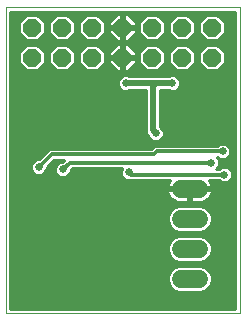
<source format=gbl>
G75*
%MOIN*%
%OFA0B0*%
%FSLAX25Y25*%
%IPPOS*%
%LPD*%
%AMOC8*
5,1,8,0,0,1.08239X$1,22.5*
%
%ADD10C,0.00000*%
%ADD11C,0.06000*%
%ADD12OC8,0.06000*%
%ADD13C,0.01000*%
%ADD14C,0.02578*%
%ADD15C,0.02000*%
%ADD16C,0.01200*%
D10*
X0330000Y0517000D02*
X0330000Y0619000D01*
X0408000Y0619000D01*
X0408000Y0517000D01*
X0330000Y0517000D01*
D11*
X0388250Y0528500D02*
X0394250Y0528500D01*
X0394250Y0538500D02*
X0388250Y0538500D01*
X0388250Y0548500D02*
X0394250Y0548500D01*
X0394250Y0558500D02*
X0388250Y0558500D01*
D12*
X0388750Y0602250D03*
X0388750Y0612250D03*
X0378750Y0612250D03*
X0378750Y0602250D03*
X0368750Y0602250D03*
X0368750Y0612250D03*
X0358750Y0612250D03*
X0358750Y0602250D03*
X0348750Y0602250D03*
X0348750Y0612250D03*
X0338750Y0612250D03*
X0338750Y0602250D03*
X0398750Y0602250D03*
X0398750Y0612250D03*
D13*
X0403050Y0611859D02*
X0406500Y0611859D01*
X0406500Y0612857D02*
X0403050Y0612857D01*
X0403050Y0613856D02*
X0406500Y0613856D01*
X0406500Y0614854D02*
X0402227Y0614854D01*
X0403050Y0614031D02*
X0400531Y0616550D01*
X0396969Y0616550D01*
X0394450Y0614031D01*
X0394450Y0610469D01*
X0396969Y0607950D01*
X0400531Y0607950D01*
X0403050Y0610469D01*
X0403050Y0614031D01*
X0401228Y0615853D02*
X0406500Y0615853D01*
X0406500Y0616851D02*
X0331500Y0616851D01*
X0331500Y0617500D02*
X0406500Y0617500D01*
X0406500Y0518500D01*
X0331500Y0518500D01*
X0331500Y0617500D01*
X0331500Y0615853D02*
X0336272Y0615853D01*
X0336969Y0616550D02*
X0334450Y0614031D01*
X0334450Y0610469D01*
X0336969Y0607950D01*
X0340531Y0607950D01*
X0343050Y0610469D01*
X0343050Y0614031D01*
X0340531Y0616550D01*
X0336969Y0616550D01*
X0335273Y0614854D02*
X0331500Y0614854D01*
X0331500Y0613856D02*
X0334450Y0613856D01*
X0334450Y0612857D02*
X0331500Y0612857D01*
X0331500Y0611859D02*
X0334450Y0611859D01*
X0334450Y0610860D02*
X0331500Y0610860D01*
X0331500Y0609862D02*
X0335057Y0609862D01*
X0336056Y0608863D02*
X0331500Y0608863D01*
X0331500Y0607865D02*
X0366772Y0607865D01*
X0366886Y0607750D02*
X0368250Y0607750D01*
X0368250Y0611750D01*
X0369250Y0611750D01*
X0369250Y0612750D01*
X0373250Y0612750D01*
X0373250Y0614114D01*
X0370614Y0616750D01*
X0369250Y0616750D01*
X0369250Y0612750D01*
X0368250Y0612750D01*
X0368250Y0616750D01*
X0366886Y0616750D01*
X0364250Y0614114D01*
X0364250Y0612750D01*
X0368250Y0612750D01*
X0368250Y0611750D01*
X0364250Y0611750D01*
X0364250Y0610386D01*
X0366886Y0607750D01*
X0366886Y0606750D02*
X0364250Y0604114D01*
X0364250Y0602750D01*
X0368250Y0602750D01*
X0368250Y0606750D01*
X0366886Y0606750D01*
X0366004Y0605868D02*
X0361214Y0605868D01*
X0360531Y0606550D02*
X0356969Y0606550D01*
X0354450Y0604031D01*
X0354450Y0600469D01*
X0356969Y0597950D01*
X0360531Y0597950D01*
X0363050Y0600469D01*
X0363050Y0604031D01*
X0360531Y0606550D01*
X0360531Y0607950D02*
X0363050Y0610469D01*
X0363050Y0614031D01*
X0360531Y0616550D01*
X0356969Y0616550D01*
X0354450Y0614031D01*
X0354450Y0610469D01*
X0356969Y0607950D01*
X0360531Y0607950D01*
X0361444Y0608863D02*
X0365773Y0608863D01*
X0364774Y0609862D02*
X0362443Y0609862D01*
X0363050Y0610860D02*
X0364250Y0610860D01*
X0363050Y0611859D02*
X0368250Y0611859D01*
X0368250Y0612857D02*
X0369250Y0612857D01*
X0369250Y0611859D02*
X0374450Y0611859D01*
X0374450Y0612857D02*
X0373250Y0612857D01*
X0373250Y0613856D02*
X0374450Y0613856D01*
X0374450Y0614031D02*
X0374450Y0610469D01*
X0376969Y0607950D01*
X0380531Y0607950D01*
X0383050Y0610469D01*
X0383050Y0614031D01*
X0380531Y0616550D01*
X0376969Y0616550D01*
X0374450Y0614031D01*
X0375273Y0614854D02*
X0372510Y0614854D01*
X0371511Y0615853D02*
X0376272Y0615853D01*
X0381228Y0615853D02*
X0386272Y0615853D01*
X0386969Y0616550D02*
X0384450Y0614031D01*
X0384450Y0610469D01*
X0386969Y0607950D01*
X0390531Y0607950D01*
X0393050Y0610469D01*
X0393050Y0614031D01*
X0390531Y0616550D01*
X0386969Y0616550D01*
X0385273Y0614854D02*
X0382227Y0614854D01*
X0383050Y0613856D02*
X0384450Y0613856D01*
X0384450Y0612857D02*
X0383050Y0612857D01*
X0383050Y0611859D02*
X0384450Y0611859D01*
X0384450Y0610860D02*
X0383050Y0610860D01*
X0382443Y0609862D02*
X0385057Y0609862D01*
X0386056Y0608863D02*
X0381444Y0608863D01*
X0380531Y0606550D02*
X0376969Y0606550D01*
X0374450Y0604031D01*
X0374450Y0600469D01*
X0376969Y0597950D01*
X0380531Y0597950D01*
X0383050Y0600469D01*
X0383050Y0604031D01*
X0380531Y0606550D01*
X0381214Y0605868D02*
X0386286Y0605868D01*
X0386969Y0606550D02*
X0384450Y0604031D01*
X0384450Y0600469D01*
X0386969Y0597950D01*
X0390531Y0597950D01*
X0393050Y0600469D01*
X0393050Y0604031D01*
X0390531Y0606550D01*
X0386969Y0606550D01*
X0385288Y0604869D02*
X0382212Y0604869D01*
X0383050Y0603870D02*
X0384450Y0603870D01*
X0384450Y0602872D02*
X0383050Y0602872D01*
X0383050Y0601873D02*
X0384450Y0601873D01*
X0384450Y0600875D02*
X0383050Y0600875D01*
X0382458Y0599876D02*
X0385042Y0599876D01*
X0386041Y0598878D02*
X0381459Y0598878D01*
X0384287Y0596050D02*
X0371213Y0596050D01*
X0370515Y0596339D01*
X0369485Y0596339D01*
X0368533Y0595945D01*
X0367805Y0595217D01*
X0367411Y0594265D01*
X0367411Y0593235D01*
X0367805Y0592283D01*
X0368533Y0591555D01*
X0369485Y0591161D01*
X0370515Y0591161D01*
X0371213Y0591450D01*
X0376700Y0591450D01*
X0376700Y0577047D01*
X0377516Y0576231D01*
X0377805Y0575533D01*
X0378533Y0574805D01*
X0379485Y0574411D01*
X0380515Y0574411D01*
X0381467Y0574805D01*
X0382195Y0575533D01*
X0382589Y0576485D01*
X0382589Y0577515D01*
X0382195Y0578467D01*
X0381467Y0579195D01*
X0381300Y0579264D01*
X0381300Y0591450D01*
X0384287Y0591450D01*
X0384985Y0591161D01*
X0386015Y0591161D01*
X0386967Y0591555D01*
X0387695Y0592283D01*
X0388089Y0593235D01*
X0388089Y0594265D01*
X0387695Y0595217D01*
X0386967Y0595945D01*
X0386015Y0596339D01*
X0384985Y0596339D01*
X0384287Y0596050D01*
X0387029Y0595882D02*
X0406500Y0595882D01*
X0406500Y0594884D02*
X0387833Y0594884D01*
X0388089Y0593885D02*
X0406500Y0593885D01*
X0406500Y0592887D02*
X0387945Y0592887D01*
X0387300Y0591888D02*
X0406500Y0591888D01*
X0406500Y0590890D02*
X0381300Y0590890D01*
X0381300Y0589891D02*
X0406500Y0589891D01*
X0406500Y0588893D02*
X0381300Y0588893D01*
X0381300Y0587894D02*
X0406500Y0587894D01*
X0406500Y0586896D02*
X0381300Y0586896D01*
X0381300Y0585897D02*
X0406500Y0585897D01*
X0406500Y0584899D02*
X0381300Y0584899D01*
X0381300Y0583900D02*
X0406500Y0583900D01*
X0406500Y0582902D02*
X0381300Y0582902D01*
X0381300Y0581903D02*
X0406500Y0581903D01*
X0406500Y0580905D02*
X0381300Y0580905D01*
X0381300Y0579906D02*
X0406500Y0579906D01*
X0406500Y0578908D02*
X0381754Y0578908D01*
X0382426Y0577909D02*
X0406500Y0577909D01*
X0406500Y0576911D02*
X0382589Y0576911D01*
X0382352Y0575912D02*
X0406500Y0575912D01*
X0406500Y0574914D02*
X0381575Y0574914D01*
X0379463Y0572900D02*
X0378463Y0571900D01*
X0344463Y0571900D01*
X0340902Y0568339D01*
X0340485Y0568339D01*
X0339533Y0567945D01*
X0338805Y0567217D01*
X0338411Y0566265D01*
X0338411Y0565235D01*
X0338805Y0564283D01*
X0339533Y0563555D01*
X0340485Y0563161D01*
X0341515Y0563161D01*
X0342467Y0563555D01*
X0343195Y0564283D01*
X0343589Y0565235D01*
X0343589Y0565652D01*
X0346037Y0568100D01*
X0349413Y0568100D01*
X0348902Y0567589D01*
X0348485Y0567589D01*
X0347533Y0567195D01*
X0346805Y0566467D01*
X0346411Y0565515D01*
X0346411Y0564485D01*
X0346805Y0563533D01*
X0347533Y0562805D01*
X0348485Y0562411D01*
X0349515Y0562411D01*
X0350467Y0562805D01*
X0351195Y0563533D01*
X0351589Y0564485D01*
X0351589Y0564902D01*
X0352037Y0565350D01*
X0368757Y0565350D01*
X0368411Y0564515D01*
X0368411Y0563485D01*
X0368805Y0562533D01*
X0369533Y0561805D01*
X0370485Y0561411D01*
X0370902Y0561411D01*
X0370963Y0561350D01*
X0384758Y0561350D01*
X0384401Y0560859D01*
X0384080Y0560227D01*
X0383861Y0559554D01*
X0383773Y0559000D01*
X0390750Y0559000D01*
X0390750Y0558000D01*
X0391750Y0558000D01*
X0391750Y0559000D01*
X0398727Y0559000D01*
X0398639Y0559554D01*
X0398420Y0560227D01*
X0398099Y0560859D01*
X0397742Y0561350D01*
X0400989Y0561350D01*
X0401283Y0561055D01*
X0402235Y0560661D01*
X0403265Y0560661D01*
X0404217Y0561055D01*
X0404945Y0561783D01*
X0405339Y0562735D01*
X0405339Y0563765D01*
X0404945Y0564717D01*
X0404217Y0565445D01*
X0403265Y0565839D01*
X0402235Y0565839D01*
X0401283Y0565445D01*
X0400989Y0565150D01*
X0400061Y0565150D01*
X0400695Y0565783D01*
X0401089Y0566735D01*
X0401089Y0567765D01*
X0400695Y0568717D01*
X0400311Y0569100D01*
X0400489Y0569100D01*
X0400783Y0568805D01*
X0401735Y0568411D01*
X0402765Y0568411D01*
X0403717Y0568805D01*
X0404445Y0569533D01*
X0404839Y0570485D01*
X0404839Y0571515D01*
X0404445Y0572467D01*
X0403717Y0573195D01*
X0402765Y0573589D01*
X0401735Y0573589D01*
X0400783Y0573195D01*
X0400489Y0572900D01*
X0379463Y0572900D01*
X0378481Y0571918D02*
X0331500Y0571918D01*
X0331500Y0570920D02*
X0343483Y0570920D01*
X0342484Y0569921D02*
X0331500Y0569921D01*
X0331500Y0568923D02*
X0341486Y0568923D01*
X0339513Y0567924D02*
X0331500Y0567924D01*
X0331500Y0566926D02*
X0338685Y0566926D01*
X0338411Y0565927D02*
X0331500Y0565927D01*
X0331500Y0564929D02*
X0338538Y0564929D01*
X0339159Y0563930D02*
X0331500Y0563930D01*
X0331500Y0562932D02*
X0347407Y0562932D01*
X0346641Y0563930D02*
X0342841Y0563930D01*
X0343462Y0564929D02*
X0346411Y0564929D01*
X0346582Y0565927D02*
X0343864Y0565927D01*
X0344863Y0566926D02*
X0347264Y0566926D01*
X0345861Y0567924D02*
X0349237Y0567924D01*
X0351616Y0564929D02*
X0368582Y0564929D01*
X0368411Y0563930D02*
X0351359Y0563930D01*
X0350593Y0562932D02*
X0368640Y0562932D01*
X0369406Y0561933D02*
X0331500Y0561933D01*
X0331500Y0560934D02*
X0384456Y0560934D01*
X0383985Y0559936D02*
X0331500Y0559936D01*
X0331500Y0558937D02*
X0390750Y0558937D01*
X0390750Y0558000D02*
X0383773Y0558000D01*
X0383861Y0557446D01*
X0384080Y0556773D01*
X0384401Y0556141D01*
X0384818Y0555568D01*
X0385318Y0555068D01*
X0385891Y0554651D01*
X0386523Y0554330D01*
X0387196Y0554111D01*
X0387896Y0554000D01*
X0390750Y0554000D01*
X0390750Y0558000D01*
X0390750Y0557939D02*
X0391750Y0557939D01*
X0391750Y0558000D02*
X0391750Y0554000D01*
X0394604Y0554000D01*
X0395304Y0554111D01*
X0395977Y0554330D01*
X0396609Y0554651D01*
X0397182Y0555068D01*
X0397682Y0555568D01*
X0398099Y0556141D01*
X0398420Y0556773D01*
X0398639Y0557446D01*
X0398727Y0558000D01*
X0391750Y0558000D01*
X0391750Y0558937D02*
X0406500Y0558937D01*
X0406500Y0557939D02*
X0398717Y0557939D01*
X0398475Y0556940D02*
X0406500Y0556940D01*
X0406500Y0555942D02*
X0397954Y0555942D01*
X0397011Y0554943D02*
X0406500Y0554943D01*
X0406500Y0553945D02*
X0331500Y0553945D01*
X0331500Y0554943D02*
X0385489Y0554943D01*
X0384546Y0555942D02*
X0331500Y0555942D01*
X0331500Y0556940D02*
X0384025Y0556940D01*
X0383783Y0557939D02*
X0331500Y0557939D01*
X0331500Y0552946D02*
X0406500Y0552946D01*
X0406500Y0551948D02*
X0396883Y0551948D01*
X0396686Y0552145D02*
X0395105Y0552800D01*
X0387395Y0552800D01*
X0385814Y0552145D01*
X0384605Y0550936D01*
X0383950Y0549355D01*
X0383950Y0547645D01*
X0384605Y0546064D01*
X0385814Y0544855D01*
X0387395Y0544200D01*
X0395105Y0544200D01*
X0396686Y0544855D01*
X0397895Y0546064D01*
X0398550Y0547645D01*
X0398550Y0549355D01*
X0397895Y0550936D01*
X0396686Y0552145D01*
X0397882Y0550949D02*
X0406500Y0550949D01*
X0406500Y0549951D02*
X0398303Y0549951D01*
X0398550Y0548952D02*
X0406500Y0548952D01*
X0406500Y0547954D02*
X0398550Y0547954D01*
X0398264Y0546955D02*
X0406500Y0546955D01*
X0406500Y0545957D02*
X0397788Y0545957D01*
X0396789Y0544958D02*
X0406500Y0544958D01*
X0406500Y0543960D02*
X0331500Y0543960D01*
X0331500Y0544958D02*
X0385711Y0544958D01*
X0384712Y0545957D02*
X0331500Y0545957D01*
X0331500Y0546955D02*
X0384236Y0546955D01*
X0383950Y0547954D02*
X0331500Y0547954D01*
X0331500Y0548952D02*
X0383950Y0548952D01*
X0384197Y0549951D02*
X0331500Y0549951D01*
X0331500Y0550949D02*
X0384618Y0550949D01*
X0385617Y0551948D02*
X0331500Y0551948D01*
X0331500Y0542961D02*
X0406500Y0542961D01*
X0406500Y0541963D02*
X0396868Y0541963D01*
X0396686Y0542145D02*
X0395105Y0542800D01*
X0387395Y0542800D01*
X0385814Y0542145D01*
X0384605Y0540936D01*
X0383950Y0539355D01*
X0383950Y0537645D01*
X0384605Y0536064D01*
X0385814Y0534855D01*
X0387395Y0534200D01*
X0395105Y0534200D01*
X0396686Y0534855D01*
X0397895Y0536064D01*
X0398550Y0537645D01*
X0398550Y0539355D01*
X0397895Y0540936D01*
X0396686Y0542145D01*
X0397867Y0540964D02*
X0406500Y0540964D01*
X0406500Y0539966D02*
X0398297Y0539966D01*
X0398550Y0538967D02*
X0406500Y0538967D01*
X0406500Y0537969D02*
X0398550Y0537969D01*
X0398271Y0536970D02*
X0406500Y0536970D01*
X0406500Y0535972D02*
X0397803Y0535972D01*
X0396804Y0534973D02*
X0406500Y0534973D01*
X0406500Y0533975D02*
X0331500Y0533975D01*
X0331500Y0534973D02*
X0385696Y0534973D01*
X0384697Y0535972D02*
X0331500Y0535972D01*
X0331500Y0536970D02*
X0384229Y0536970D01*
X0383950Y0537969D02*
X0331500Y0537969D01*
X0331500Y0538967D02*
X0383950Y0538967D01*
X0384203Y0539966D02*
X0331500Y0539966D01*
X0331500Y0540964D02*
X0384633Y0540964D01*
X0385632Y0541963D02*
X0331500Y0541963D01*
X0331500Y0532976D02*
X0406500Y0532976D01*
X0406500Y0531978D02*
X0396853Y0531978D01*
X0396686Y0532145D02*
X0395105Y0532800D01*
X0387395Y0532800D01*
X0385814Y0532145D01*
X0384605Y0530936D01*
X0383950Y0529355D01*
X0383950Y0527645D01*
X0384605Y0526064D01*
X0385814Y0524855D01*
X0387395Y0524200D01*
X0395105Y0524200D01*
X0396686Y0524855D01*
X0397895Y0526064D01*
X0398550Y0527645D01*
X0398550Y0529355D01*
X0397895Y0530936D01*
X0396686Y0532145D01*
X0397852Y0530979D02*
X0406500Y0530979D01*
X0406500Y0529981D02*
X0398291Y0529981D01*
X0398550Y0528982D02*
X0406500Y0528982D01*
X0406500Y0527984D02*
X0398550Y0527984D01*
X0398277Y0526985D02*
X0406500Y0526985D01*
X0406500Y0525987D02*
X0397818Y0525987D01*
X0396819Y0524988D02*
X0406500Y0524988D01*
X0406500Y0523990D02*
X0331500Y0523990D01*
X0331500Y0524988D02*
X0385681Y0524988D01*
X0384682Y0525987D02*
X0331500Y0525987D01*
X0331500Y0526985D02*
X0384223Y0526985D01*
X0383950Y0527984D02*
X0331500Y0527984D01*
X0331500Y0528982D02*
X0383950Y0528982D01*
X0384209Y0529981D02*
X0331500Y0529981D01*
X0331500Y0530979D02*
X0384648Y0530979D01*
X0385647Y0531978D02*
X0331500Y0531978D01*
X0331500Y0522991D02*
X0406500Y0522991D01*
X0406500Y0521993D02*
X0331500Y0521993D01*
X0331500Y0520994D02*
X0406500Y0520994D01*
X0406500Y0519996D02*
X0331500Y0519996D01*
X0331500Y0518997D02*
X0406500Y0518997D01*
X0391750Y0554943D02*
X0390750Y0554943D01*
X0390750Y0555942D02*
X0391750Y0555942D01*
X0391750Y0556940D02*
X0390750Y0556940D01*
X0398044Y0560934D02*
X0401575Y0560934D01*
X0403925Y0560934D02*
X0406500Y0560934D01*
X0406500Y0559936D02*
X0398515Y0559936D01*
X0400754Y0565927D02*
X0406500Y0565927D01*
X0406500Y0564929D02*
X0404733Y0564929D01*
X0405271Y0563930D02*
X0406500Y0563930D01*
X0406500Y0562932D02*
X0405339Y0562932D01*
X0405007Y0561933D02*
X0406500Y0561933D01*
X0406500Y0566926D02*
X0401089Y0566926D01*
X0401023Y0567924D02*
X0406500Y0567924D01*
X0406500Y0568923D02*
X0403834Y0568923D01*
X0404605Y0569921D02*
X0406500Y0569921D01*
X0406500Y0570920D02*
X0404839Y0570920D01*
X0404672Y0571918D02*
X0406500Y0571918D01*
X0406500Y0572917D02*
X0403995Y0572917D01*
X0406500Y0573915D02*
X0331500Y0573915D01*
X0331500Y0572917D02*
X0400505Y0572917D01*
X0400489Y0568923D02*
X0400666Y0568923D01*
X0378425Y0574914D02*
X0331500Y0574914D01*
X0331500Y0575912D02*
X0377648Y0575912D01*
X0376837Y0576911D02*
X0331500Y0576911D01*
X0331500Y0577909D02*
X0376700Y0577909D01*
X0376700Y0578908D02*
X0331500Y0578908D01*
X0331500Y0579906D02*
X0376700Y0579906D01*
X0376700Y0580905D02*
X0331500Y0580905D01*
X0331500Y0581903D02*
X0376700Y0581903D01*
X0376700Y0582902D02*
X0331500Y0582902D01*
X0331500Y0583900D02*
X0376700Y0583900D01*
X0376700Y0584899D02*
X0331500Y0584899D01*
X0331500Y0585897D02*
X0376700Y0585897D01*
X0376700Y0586896D02*
X0331500Y0586896D01*
X0331500Y0587894D02*
X0376700Y0587894D01*
X0376700Y0588893D02*
X0331500Y0588893D01*
X0331500Y0589891D02*
X0376700Y0589891D01*
X0376700Y0590890D02*
X0331500Y0590890D01*
X0331500Y0591888D02*
X0368200Y0591888D01*
X0367555Y0592887D02*
X0331500Y0592887D01*
X0331500Y0593885D02*
X0367411Y0593885D01*
X0367667Y0594884D02*
X0331500Y0594884D01*
X0331500Y0595882D02*
X0368471Y0595882D01*
X0368250Y0597750D02*
X0368250Y0601750D01*
X0369250Y0601750D01*
X0369250Y0602750D01*
X0373250Y0602750D01*
X0373250Y0604114D01*
X0370614Y0606750D01*
X0369250Y0606750D01*
X0369250Y0602750D01*
X0368250Y0602750D01*
X0368250Y0601750D01*
X0364250Y0601750D01*
X0364250Y0600386D01*
X0366886Y0597750D01*
X0368250Y0597750D01*
X0368250Y0597879D02*
X0369250Y0597879D01*
X0369250Y0597750D02*
X0370614Y0597750D01*
X0373250Y0600386D01*
X0373250Y0601750D01*
X0369250Y0601750D01*
X0369250Y0597750D01*
X0369250Y0598878D02*
X0368250Y0598878D01*
X0368250Y0599876D02*
X0369250Y0599876D01*
X0369250Y0600875D02*
X0368250Y0600875D01*
X0368250Y0601873D02*
X0363050Y0601873D01*
X0363050Y0600875D02*
X0364250Y0600875D01*
X0364760Y0599876D02*
X0362458Y0599876D01*
X0361459Y0598878D02*
X0365758Y0598878D01*
X0366757Y0597879D02*
X0331500Y0597879D01*
X0331500Y0596881D02*
X0406500Y0596881D01*
X0406500Y0597879D02*
X0370743Y0597879D01*
X0371742Y0598878D02*
X0376041Y0598878D01*
X0375042Y0599876D02*
X0372740Y0599876D01*
X0373250Y0600875D02*
X0374450Y0600875D01*
X0374450Y0601873D02*
X0369250Y0601873D01*
X0369250Y0602872D02*
X0368250Y0602872D01*
X0368250Y0603870D02*
X0369250Y0603870D01*
X0369250Y0604869D02*
X0368250Y0604869D01*
X0368250Y0605868D02*
X0369250Y0605868D01*
X0369250Y0607750D02*
X0370614Y0607750D01*
X0373250Y0610386D01*
X0373250Y0611750D01*
X0369250Y0611750D01*
X0369250Y0607750D01*
X0369250Y0607865D02*
X0368250Y0607865D01*
X0368250Y0608863D02*
X0369250Y0608863D01*
X0369250Y0609862D02*
X0368250Y0609862D01*
X0368250Y0610860D02*
X0369250Y0610860D01*
X0369250Y0613856D02*
X0368250Y0613856D01*
X0368250Y0614854D02*
X0369250Y0614854D01*
X0369250Y0615853D02*
X0368250Y0615853D01*
X0365989Y0615853D02*
X0361228Y0615853D01*
X0362227Y0614854D02*
X0364990Y0614854D01*
X0364250Y0613856D02*
X0363050Y0613856D01*
X0363050Y0612857D02*
X0364250Y0612857D01*
X0365005Y0604869D02*
X0362212Y0604869D01*
X0363050Y0603870D02*
X0364250Y0603870D01*
X0364250Y0602872D02*
X0363050Y0602872D01*
X0356286Y0605868D02*
X0351214Y0605868D01*
X0350531Y0606550D02*
X0346969Y0606550D01*
X0344450Y0604031D01*
X0344450Y0600469D01*
X0346969Y0597950D01*
X0350531Y0597950D01*
X0353050Y0600469D01*
X0353050Y0604031D01*
X0350531Y0606550D01*
X0350531Y0607950D02*
X0353050Y0610469D01*
X0353050Y0614031D01*
X0350531Y0616550D01*
X0346969Y0616550D01*
X0344450Y0614031D01*
X0344450Y0610469D01*
X0346969Y0607950D01*
X0350531Y0607950D01*
X0351444Y0608863D02*
X0356056Y0608863D01*
X0355057Y0609862D02*
X0352443Y0609862D01*
X0353050Y0610860D02*
X0354450Y0610860D01*
X0354450Y0611859D02*
X0353050Y0611859D01*
X0353050Y0612857D02*
X0354450Y0612857D01*
X0354450Y0613856D02*
X0353050Y0613856D01*
X0352227Y0614854D02*
X0355273Y0614854D01*
X0356272Y0615853D02*
X0351228Y0615853D01*
X0346272Y0615853D02*
X0341228Y0615853D01*
X0342227Y0614854D02*
X0345273Y0614854D01*
X0344450Y0613856D02*
X0343050Y0613856D01*
X0343050Y0612857D02*
X0344450Y0612857D01*
X0344450Y0611859D02*
X0343050Y0611859D01*
X0343050Y0610860D02*
X0344450Y0610860D01*
X0345057Y0609862D02*
X0342443Y0609862D01*
X0341444Y0608863D02*
X0346056Y0608863D01*
X0346286Y0605868D02*
X0341214Y0605868D01*
X0340531Y0606550D02*
X0336969Y0606550D01*
X0334450Y0604031D01*
X0334450Y0600469D01*
X0336969Y0597950D01*
X0340531Y0597950D01*
X0343050Y0600469D01*
X0343050Y0604031D01*
X0340531Y0606550D01*
X0342212Y0604869D02*
X0345288Y0604869D01*
X0344450Y0603870D02*
X0343050Y0603870D01*
X0343050Y0602872D02*
X0344450Y0602872D01*
X0344450Y0601873D02*
X0343050Y0601873D01*
X0343050Y0600875D02*
X0344450Y0600875D01*
X0345042Y0599876D02*
X0342458Y0599876D01*
X0341459Y0598878D02*
X0346041Y0598878D01*
X0351459Y0598878D02*
X0356041Y0598878D01*
X0355042Y0599876D02*
X0352458Y0599876D01*
X0353050Y0600875D02*
X0354450Y0600875D01*
X0354450Y0601873D02*
X0353050Y0601873D01*
X0353050Y0602872D02*
X0354450Y0602872D01*
X0354450Y0603870D02*
X0353050Y0603870D01*
X0352212Y0604869D02*
X0355288Y0604869D01*
X0370728Y0607865D02*
X0406500Y0607865D01*
X0406500Y0608863D02*
X0401444Y0608863D01*
X0402443Y0609862D02*
X0406500Y0609862D01*
X0406500Y0610860D02*
X0403050Y0610860D01*
X0400531Y0606550D02*
X0396969Y0606550D01*
X0394450Y0604031D01*
X0394450Y0600469D01*
X0396969Y0597950D01*
X0400531Y0597950D01*
X0403050Y0600469D01*
X0403050Y0604031D01*
X0400531Y0606550D01*
X0401214Y0605868D02*
X0406500Y0605868D01*
X0406500Y0606866D02*
X0331500Y0606866D01*
X0331500Y0605868D02*
X0336286Y0605868D01*
X0335288Y0604869D02*
X0331500Y0604869D01*
X0331500Y0603870D02*
X0334450Y0603870D01*
X0334450Y0602872D02*
X0331500Y0602872D01*
X0331500Y0601873D02*
X0334450Y0601873D01*
X0334450Y0600875D02*
X0331500Y0600875D01*
X0331500Y0599876D02*
X0335042Y0599876D01*
X0336041Y0598878D02*
X0331500Y0598878D01*
X0371496Y0605868D02*
X0376286Y0605868D01*
X0375288Y0604869D02*
X0372495Y0604869D01*
X0373250Y0603870D02*
X0374450Y0603870D01*
X0374450Y0602872D02*
X0373250Y0602872D01*
X0371727Y0608863D02*
X0376056Y0608863D01*
X0375057Y0609862D02*
X0372726Y0609862D01*
X0373250Y0610860D02*
X0374450Y0610860D01*
X0391444Y0608863D02*
X0396056Y0608863D01*
X0395057Y0609862D02*
X0392443Y0609862D01*
X0393050Y0610860D02*
X0394450Y0610860D01*
X0394450Y0611859D02*
X0393050Y0611859D01*
X0393050Y0612857D02*
X0394450Y0612857D01*
X0394450Y0613856D02*
X0393050Y0613856D01*
X0392227Y0614854D02*
X0395273Y0614854D01*
X0396272Y0615853D02*
X0391228Y0615853D01*
X0391214Y0605868D02*
X0396286Y0605868D01*
X0395288Y0604869D02*
X0392212Y0604869D01*
X0393050Y0603870D02*
X0394450Y0603870D01*
X0394450Y0602872D02*
X0393050Y0602872D01*
X0393050Y0601873D02*
X0394450Y0601873D01*
X0394450Y0600875D02*
X0393050Y0600875D01*
X0392458Y0599876D02*
X0395042Y0599876D01*
X0396041Y0598878D02*
X0391459Y0598878D01*
X0401459Y0598878D02*
X0406500Y0598878D01*
X0406500Y0599876D02*
X0402458Y0599876D01*
X0403050Y0600875D02*
X0406500Y0600875D01*
X0406500Y0601873D02*
X0403050Y0601873D01*
X0403050Y0602872D02*
X0406500Y0602872D01*
X0406500Y0603870D02*
X0403050Y0603870D01*
X0402212Y0604869D02*
X0406500Y0604869D01*
D14*
X0385500Y0593750D03*
X0370000Y0593750D03*
X0366000Y0581000D03*
X0371000Y0564000D03*
X0380000Y0577000D03*
X0398500Y0567250D03*
X0402250Y0571000D03*
X0402750Y0563250D03*
X0403000Y0542000D03*
X0401750Y0523750D03*
X0375000Y0524000D03*
X0372000Y0540000D03*
X0358000Y0563000D03*
X0349000Y0565000D03*
X0341000Y0565750D03*
X0334000Y0593000D03*
D15*
X0370000Y0593750D02*
X0380000Y0593750D01*
X0379000Y0592750D01*
X0379000Y0578000D01*
X0380000Y0577000D01*
X0380000Y0593750D02*
X0385500Y0593750D01*
D16*
X0380250Y0571000D02*
X0379250Y0570000D01*
X0345250Y0570000D01*
X0341000Y0565750D01*
X0349000Y0565000D02*
X0351250Y0567250D01*
X0398500Y0567250D01*
X0402250Y0571000D02*
X0380250Y0571000D01*
X0371750Y0563250D02*
X0371000Y0564000D01*
X0371750Y0563250D02*
X0402750Y0563250D01*
M02*

</source>
